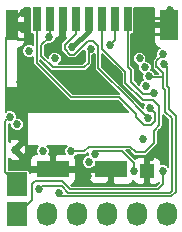
<source format=gbl>
G04 #@! TF.FileFunction,Copper,L4,Bot,Signal*
%FSLAX46Y46*%
G04 Gerber Fmt 4.6, Leading zero omitted, Abs format (unit mm)*
G04 Created by KiCad (PCBNEW 4.0.2-stable) date 5/14/2016 2:34:35 PM*
%MOMM*%
G01*
G04 APERTURE LIST*
%ADD10C,0.100000*%
%ADD11R,0.700000X2.000000*%
%ADD12R,1.000000X2.600000*%
%ADD13R,1.500000X2.600000*%
%ADD14R,2.700000X1.400000*%
%ADD15R,1.200000X1.200000*%
%ADD16C,0.685800*%
%ADD17R,1.727200X2.032000*%
%ADD18O,1.727200X2.032000*%
%ADD19C,0.254000*%
%ADD20C,0.152400*%
%ADD21C,0.381000*%
%ADD22C,0.155000*%
G04 APERTURE END LIST*
D10*
D11*
X193404500Y-97788500D03*
X194504500Y-97788500D03*
X195604500Y-97788500D03*
X196704500Y-97788500D03*
X197804500Y-97788500D03*
X198904500Y-97788500D03*
X200004500Y-97788500D03*
X201104500Y-97788500D03*
D12*
X191304500Y-98288500D03*
D13*
X204654500Y-98288500D03*
D14*
X194804500Y-110488500D03*
X199704500Y-110488500D03*
D15*
X202754500Y-110588500D03*
D16*
X191579500Y-108839000D03*
X202692000Y-103441500D03*
D17*
X191770000Y-114300000D03*
D18*
X194310000Y-114300000D03*
X196850000Y-114300000D03*
X199390000Y-114300000D03*
X201930000Y-114300000D03*
X204470000Y-114300000D03*
D17*
X191770000Y-111760000D03*
D16*
X204660500Y-96964500D03*
X203073000Y-109410500D03*
X197739000Y-111061500D03*
X192278000Y-97282000D03*
X192278000Y-98615500D03*
X195580000Y-99314000D03*
X200305250Y-105164750D03*
X196442750Y-105164750D03*
X200305250Y-102589750D03*
X196442750Y-102589750D03*
X192024000Y-103124000D03*
X191706500Y-105410000D03*
X193929000Y-108966000D03*
X202438000Y-107950000D03*
X197802500Y-109855000D03*
X192786000Y-100457000D03*
X196405500Y-100139500D03*
X202565000Y-101854000D03*
X194945000Y-101092000D03*
X191770000Y-106680000D03*
X191135000Y-106045000D03*
X204089000Y-110617000D03*
X203009500Y-105283000D03*
X194437000Y-99314000D03*
X197993000Y-100266500D03*
X202819000Y-106108500D03*
X196342000Y-108966000D03*
X199580500Y-99949000D03*
X203327000Y-104013000D03*
X193611500Y-112141000D03*
X202946000Y-102616000D03*
X204089000Y-100711000D03*
X204152500Y-101600000D03*
X195262500Y-112522000D03*
X198310500Y-109156500D03*
X202120500Y-101092000D03*
X201612500Y-110617000D03*
D19*
X204654500Y-96970500D02*
X204660500Y-96964500D01*
X204654500Y-98288500D02*
X204654500Y-96970500D01*
X191304500Y-98288500D02*
X191304500Y-98912000D01*
X191304500Y-98912000D02*
X191833500Y-99441000D01*
X191833500Y-99441000D02*
X192595500Y-99441000D01*
D20*
X194804500Y-110488500D02*
X192911500Y-110488500D01*
X191643000Y-109220000D02*
X191643000Y-108585000D01*
X192911500Y-110488500D02*
X191643000Y-109220000D01*
X191304500Y-98288500D02*
X191304500Y-98827000D01*
X191304500Y-98827000D02*
X190817500Y-99314000D01*
X190817500Y-99314000D02*
X190817500Y-100330000D01*
X202754500Y-110588500D02*
X202754500Y-109729000D01*
X202754500Y-109729000D02*
X203073000Y-109410500D01*
D19*
X199704500Y-110488500D02*
X194804500Y-110488500D01*
X197739000Y-111061500D02*
X197739000Y-111379000D01*
X199704500Y-111318500D02*
X199704500Y-110488500D01*
X199263000Y-111760000D02*
X199704500Y-111318500D01*
X198120000Y-111760000D02*
X199263000Y-111760000D01*
X197739000Y-111379000D02*
X198120000Y-111760000D01*
X204654500Y-98288500D02*
X204606500Y-98288500D01*
X204606500Y-98288500D02*
X203835000Y-99060000D01*
X203835000Y-99060000D02*
X203136500Y-99060000D01*
X204654500Y-98288500D02*
X204524000Y-98288500D01*
X204524000Y-98288500D02*
X203898500Y-97663000D01*
X203898500Y-97663000D02*
X203073000Y-97663000D01*
X191304500Y-98288500D02*
X191304500Y-98001500D01*
X191304500Y-98001500D02*
X192024000Y-97282000D01*
X192024000Y-97282000D02*
X192278000Y-97282000D01*
X191304500Y-98288500D02*
X191316000Y-98288500D01*
X191316000Y-98288500D02*
X191643000Y-98615500D01*
X191643000Y-98615500D02*
X192278000Y-98615500D01*
X191304500Y-98288500D02*
X191652500Y-98288500D01*
D21*
X195604500Y-99289500D02*
X195580000Y-99314000D01*
X195604500Y-97788500D02*
X195604500Y-99289500D01*
D19*
X200279000Y-105156000D02*
X200296500Y-105156000D01*
X200296500Y-105156000D02*
X200305250Y-105164750D01*
X196434000Y-105156000D02*
X196342000Y-105156000D01*
X196442750Y-105164750D02*
X196434000Y-105156000D01*
X200305250Y-102589750D02*
X200279000Y-102616000D01*
X196416500Y-102616000D02*
X196342000Y-102616000D01*
X196442750Y-102589750D02*
X196416500Y-102616000D01*
D21*
X197804500Y-97788500D02*
X197804500Y-98740500D01*
X197804500Y-98740500D02*
X196405500Y-100139500D01*
D20*
X190754000Y-110744000D02*
X191770000Y-111760000D01*
X190754000Y-106426000D02*
X190754000Y-110744000D01*
X191135000Y-106045000D02*
X190754000Y-106426000D01*
X192024000Y-111506000D02*
X191770000Y-111760000D01*
X192976500Y-113093500D02*
X191770000Y-114300000D01*
X193230500Y-111506000D02*
X192976500Y-111760000D01*
X192976500Y-111760000D02*
X192976500Y-113093500D01*
X193230500Y-111506000D02*
X193421000Y-111506000D01*
X195580000Y-111506000D02*
X193230500Y-111506000D01*
X196240396Y-112166396D02*
X195580000Y-111506000D01*
X203682604Y-112166396D02*
X196240396Y-112166396D01*
X204089000Y-111760000D02*
X203682604Y-112166396D01*
X204089000Y-110617000D02*
X204089000Y-111760000D01*
X203422250Y-105695750D02*
X203422250Y-106394250D01*
X203009500Y-105283000D02*
X203422250Y-105695750D01*
X193404500Y-101456500D02*
X193404500Y-97788500D01*
X196342000Y-104394000D02*
X193404500Y-101456500D01*
X200406000Y-104394000D02*
X196342000Y-104394000D01*
X201803000Y-105791000D02*
X200406000Y-104394000D01*
X201803000Y-106045000D02*
X201803000Y-105791000D01*
X202501500Y-106743500D02*
X201803000Y-106045000D01*
X203073000Y-106743500D02*
X202501500Y-106743500D01*
X203422250Y-106394250D02*
X203073000Y-106743500D01*
X194504500Y-97788500D02*
X194504500Y-99246500D01*
X194504500Y-99246500D02*
X193802000Y-99949000D01*
X197802500Y-100457000D02*
X197802500Y-101473000D01*
X197993000Y-100266500D02*
X197802500Y-100457000D01*
X197802500Y-101473000D02*
X197421500Y-101854000D01*
X197421500Y-101854000D02*
X194754500Y-101854000D01*
X194754500Y-101854000D02*
X193802000Y-100901500D01*
X193802000Y-100901500D02*
X193802000Y-99949000D01*
X198628000Y-101917500D02*
X198628000Y-100076000D01*
X198183500Y-99631500D02*
X198628000Y-100076000D01*
X196596000Y-100774500D02*
X197739000Y-99631500D01*
X196215000Y-100774500D02*
X196596000Y-100774500D01*
X195770500Y-100330000D02*
X196215000Y-100774500D01*
X195770500Y-99949000D02*
X195770500Y-100330000D01*
X196704500Y-99015000D02*
X195770500Y-99949000D01*
X196704500Y-99015000D02*
X196704500Y-97788500D01*
X198183500Y-99631500D02*
X197739000Y-99631500D01*
X198882000Y-102171500D02*
X198628000Y-101917500D01*
X202247500Y-105537000D02*
X201104500Y-104394000D01*
X202247500Y-105537000D02*
X202819000Y-106108500D01*
X198882000Y-102171500D02*
X198628000Y-101917500D01*
X201104500Y-104394000D02*
X198882000Y-102171500D01*
X203377800Y-107124500D02*
X203390500Y-107124500D01*
X203377800Y-108229400D02*
X203377800Y-107124500D01*
X202565000Y-109042200D02*
X203377800Y-108229400D01*
X201828400Y-109042200D02*
X202565000Y-109042200D01*
X201333100Y-108546900D02*
X201828400Y-109042200D01*
X203390500Y-107124500D02*
X203771500Y-106743500D01*
X202374500Y-104648000D02*
X203263500Y-104648000D01*
X203771500Y-105156000D02*
X203263500Y-104648000D01*
X203771500Y-105156000D02*
X203771500Y-106743500D01*
X198945500Y-100203000D02*
X198945500Y-100266500D01*
X198945500Y-100266500D02*
X200914000Y-102235000D01*
X200914000Y-102235000D02*
X200914000Y-103187500D01*
X200914000Y-103187500D02*
X202374500Y-104648000D01*
X198945500Y-98806000D02*
X198904500Y-98765000D01*
X198945500Y-98806000D02*
X198945500Y-100203000D01*
X201295000Y-108546900D02*
X201333100Y-108546900D01*
X197827900Y-108546900D02*
X201295000Y-108546900D01*
X201295000Y-108546900D02*
X201333100Y-108546900D01*
X196342000Y-108966000D02*
X197408800Y-108966000D01*
X197408800Y-108966000D02*
X197827900Y-108546900D01*
X198904500Y-97788500D02*
X198904500Y-98765000D01*
X200004500Y-99525000D02*
X200004500Y-97788500D01*
X199580500Y-99949000D02*
X200004500Y-99525000D01*
X201104500Y-97788500D02*
X201104500Y-101790500D01*
X201422000Y-102108000D02*
X201104500Y-101790500D01*
X201422000Y-103060500D02*
X201422000Y-102108000D01*
X202438000Y-104076500D02*
X201422000Y-103060500D01*
X203263500Y-104076500D02*
X202438000Y-104076500D01*
X203327000Y-104013000D02*
X203263500Y-104076500D01*
X204279500Y-104190056D02*
X204279500Y-105600500D01*
X204279500Y-105600500D02*
X204851000Y-106172000D01*
X204089000Y-103568500D02*
X204279500Y-103759000D01*
X204279500Y-103759000D02*
X204279500Y-104190056D01*
X204851000Y-106172000D02*
X204851000Y-112281444D01*
X204851000Y-112281444D02*
X204661246Y-112471198D01*
X204661246Y-112471198D02*
X196100698Y-112471198D01*
X196100698Y-112471198D02*
X195516500Y-111887000D01*
X204089000Y-103568500D02*
X204089000Y-102679500D01*
X195516500Y-111887000D02*
X193929000Y-111887000D01*
X193865500Y-111887000D02*
X193929000Y-111887000D01*
X193611500Y-112141000D02*
X193865500Y-111887000D01*
X203549250Y-101854000D02*
X203581000Y-101854000D01*
X204089000Y-102362000D02*
X204089000Y-102679500D01*
X203581000Y-101854000D02*
X204089000Y-102362000D01*
X203549250Y-101314250D02*
X203549250Y-101854000D01*
X204089000Y-102679500D02*
X203009500Y-102679500D01*
X203009500Y-102679500D02*
X202946000Y-102616000D01*
X204089000Y-100711000D02*
X204089000Y-100774500D01*
X204089000Y-100774500D02*
X203549250Y-101314250D01*
X204597000Y-104076500D02*
X204597000Y-105410000D01*
X204597000Y-105410000D02*
X205168500Y-105981500D01*
X204406500Y-103378000D02*
X204406500Y-101854000D01*
X204406500Y-103441500D02*
X204597000Y-103632000D01*
X204406500Y-103378000D02*
X204406500Y-103441500D01*
X205168500Y-112395000D02*
X204787500Y-112776000D01*
X205168500Y-105981500D02*
X205168500Y-112395000D01*
X204597000Y-103632000D02*
X204597000Y-104076500D01*
X204406500Y-101854000D02*
X204152500Y-101600000D01*
X195516500Y-112776000D02*
X204787500Y-112776000D01*
X195262500Y-112522000D02*
X195516500Y-112776000D01*
X198501000Y-108966000D02*
X198564500Y-108966000D01*
X198310500Y-109156500D02*
X198501000Y-108966000D01*
X201612500Y-109918500D02*
X201612500Y-110617000D01*
X200660000Y-108966000D02*
X201612500Y-109918500D01*
X198247000Y-108966000D02*
X198564500Y-108966000D01*
X198564500Y-108966000D02*
X200660000Y-108966000D01*
D22*
G36*
X192817446Y-98788500D02*
X192833658Y-98874659D01*
X192884578Y-98953791D01*
X192962273Y-99006877D01*
X193054500Y-99025554D01*
X193095800Y-99025554D01*
X193095800Y-99962606D01*
X192900956Y-99881700D01*
X192672048Y-99881500D01*
X192460488Y-99968915D01*
X192298484Y-100130636D01*
X192210700Y-100342044D01*
X192210500Y-100570952D01*
X192297915Y-100782512D01*
X192459636Y-100944516D01*
X192671044Y-101032300D01*
X192899952Y-101032500D01*
X193095800Y-100951577D01*
X193095800Y-101456500D01*
X193119298Y-101574635D01*
X193186216Y-101674784D01*
X196123716Y-104612284D01*
X196223866Y-104679202D01*
X196342000Y-104702700D01*
X200278132Y-104702700D01*
X201161932Y-105586500D01*
X192659000Y-105586500D01*
X192628848Y-105592606D01*
X192603447Y-105609962D01*
X192586800Y-105635832D01*
X192581500Y-105664000D01*
X192581500Y-108458000D01*
X192587606Y-108488152D01*
X192604962Y-108513553D01*
X192630832Y-108530200D01*
X192659000Y-108535500D01*
X193545802Y-108535500D01*
X193441484Y-108639636D01*
X193353700Y-108851044D01*
X193353500Y-109079952D01*
X193404343Y-109203000D01*
X193338037Y-109203000D01*
X193122841Y-109292137D01*
X192958137Y-109456841D01*
X192869000Y-109672037D01*
X192869000Y-110165625D01*
X193015375Y-110312000D01*
X194628000Y-110312000D01*
X194628000Y-109349375D01*
X194481625Y-109203000D01*
X194453623Y-109203000D01*
X194504300Y-109080956D01*
X194504500Y-108852048D01*
X194417085Y-108640488D01*
X194312280Y-108535500D01*
X195958802Y-108535500D01*
X195854484Y-108639636D01*
X195766700Y-108851044D01*
X195766500Y-109079952D01*
X195817343Y-109203000D01*
X195127375Y-109203000D01*
X194981000Y-109349375D01*
X194981000Y-110312000D01*
X196593625Y-110312000D01*
X196740000Y-110165625D01*
X196740000Y-109672037D01*
X196652321Y-109460362D01*
X196667512Y-109454085D01*
X196829516Y-109292364D01*
X196836851Y-109274700D01*
X197408800Y-109274700D01*
X197526935Y-109251202D01*
X197627084Y-109184284D01*
X197735170Y-109076198D01*
X197735000Y-109270452D01*
X197738757Y-109279544D01*
X197688548Y-109279500D01*
X197476988Y-109366915D01*
X197314984Y-109528636D01*
X197227200Y-109740044D01*
X197227000Y-109968952D01*
X197314415Y-110180512D01*
X197476136Y-110342516D01*
X197687544Y-110430300D01*
X197916452Y-110430500D01*
X198128012Y-110343085D01*
X198159151Y-110312000D01*
X199528000Y-110312000D01*
X199528000Y-110292000D01*
X199881000Y-110292000D01*
X199881000Y-110312000D01*
X199901000Y-110312000D01*
X199901000Y-110665000D01*
X199881000Y-110665000D01*
X199881000Y-111627625D01*
X200027375Y-111774000D01*
X201170963Y-111774000D01*
X201386159Y-111684863D01*
X201550863Y-111520159D01*
X201604500Y-111390668D01*
X201658137Y-111520159D01*
X201822841Y-111684863D01*
X202038037Y-111774000D01*
X202431625Y-111774000D01*
X202578000Y-111627625D01*
X202578000Y-110765000D01*
X202558000Y-110765000D01*
X202558000Y-110412000D01*
X202578000Y-110412000D01*
X202578000Y-109549375D01*
X202431625Y-109403000D01*
X202038037Y-109403000D01*
X201822841Y-109492137D01*
X201722773Y-109592205D01*
X200986168Y-108855600D01*
X201205232Y-108855600D01*
X201610116Y-109260484D01*
X201710265Y-109327402D01*
X201828400Y-109350900D01*
X202565000Y-109350900D01*
X202683135Y-109327402D01*
X202783284Y-109260484D01*
X203596084Y-108447684D01*
X203663002Y-108347535D01*
X203686500Y-108229400D01*
X203686500Y-107265068D01*
X203989784Y-106961784D01*
X204056701Y-106861635D01*
X204056702Y-106861634D01*
X204080200Y-106743500D01*
X204080200Y-105837768D01*
X204542300Y-106299868D01*
X204542300Y-110256642D01*
X204415364Y-110129484D01*
X204203956Y-110041700D01*
X203975048Y-110041500D01*
X203940000Y-110055982D01*
X203940000Y-109872037D01*
X203850863Y-109656841D01*
X203686159Y-109492137D01*
X203470963Y-109403000D01*
X203077375Y-109403000D01*
X202931000Y-109549375D01*
X202931000Y-110412000D01*
X202951000Y-110412000D01*
X202951000Y-110765000D01*
X202931000Y-110765000D01*
X202931000Y-111627625D01*
X203077375Y-111774000D01*
X203470963Y-111774000D01*
X203686159Y-111684863D01*
X203780300Y-111590722D01*
X203780300Y-111632132D01*
X203554736Y-111857696D01*
X196368264Y-111857696D01*
X196280583Y-111770015D01*
X196486159Y-111684863D01*
X196650863Y-111520159D01*
X196740000Y-111304963D01*
X196740000Y-110811375D01*
X197769000Y-110811375D01*
X197769000Y-111304963D01*
X197858137Y-111520159D01*
X198022841Y-111684863D01*
X198238037Y-111774000D01*
X199381625Y-111774000D01*
X199528000Y-111627625D01*
X199528000Y-110665000D01*
X197915375Y-110665000D01*
X197769000Y-110811375D01*
X196740000Y-110811375D01*
X196593625Y-110665000D01*
X194981000Y-110665000D01*
X194981000Y-110685000D01*
X194628000Y-110685000D01*
X194628000Y-110665000D01*
X193015375Y-110665000D01*
X192870654Y-110809721D01*
X192870654Y-110744000D01*
X192854442Y-110657841D01*
X192803522Y-110578709D01*
X192725827Y-110525623D01*
X192633600Y-110506946D01*
X191062700Y-110506946D01*
X191062700Y-109605411D01*
X191148847Y-109519264D01*
X191171018Y-109692916D01*
X191528891Y-109784235D01*
X191894469Y-109731650D01*
X191987982Y-109692916D01*
X192010962Y-109512929D01*
X191579500Y-109081467D01*
X191561787Y-109099180D01*
X191319320Y-108856713D01*
X191337033Y-108839000D01*
X191821967Y-108839000D01*
X192253429Y-109270462D01*
X192433416Y-109247482D01*
X192524735Y-108889609D01*
X192472150Y-108524031D01*
X192433416Y-108430518D01*
X192253429Y-108407538D01*
X191821967Y-108839000D01*
X191337033Y-108839000D01*
X191319320Y-108821287D01*
X191561787Y-108578820D01*
X191579500Y-108596533D01*
X192010962Y-108165071D01*
X191987982Y-107985084D01*
X191630109Y-107893765D01*
X191264531Y-107946350D01*
X191171018Y-107985084D01*
X191148847Y-108158736D01*
X191062700Y-108072589D01*
X191062700Y-106620337D01*
X191194652Y-106620453D01*
X191194500Y-106793952D01*
X191281915Y-107005512D01*
X191443636Y-107167516D01*
X191655044Y-107255300D01*
X191883952Y-107255500D01*
X192095512Y-107168085D01*
X192257516Y-107006364D01*
X192345300Y-106794956D01*
X192345500Y-106566048D01*
X192258085Y-106354488D01*
X192096364Y-106192484D01*
X191884956Y-106104700D01*
X191710348Y-106104547D01*
X191710500Y-105931048D01*
X191623085Y-105719488D01*
X191461364Y-105557484D01*
X191249956Y-105469700D01*
X191021048Y-105469500D01*
X190809488Y-105556915D01*
X190782500Y-105583856D01*
X190782500Y-100174000D01*
X190803500Y-100174000D01*
X190803500Y-103505000D01*
X190809606Y-103535152D01*
X190826962Y-103560553D01*
X190852832Y-103577200D01*
X190881000Y-103582500D01*
X191770000Y-103582500D01*
X191800152Y-103576394D01*
X191825553Y-103559038D01*
X191842200Y-103533168D01*
X191847500Y-103505000D01*
X191847500Y-100174000D01*
X191920963Y-100174000D01*
X192136159Y-100084863D01*
X192300863Y-99920159D01*
X192390000Y-99704963D01*
X192390000Y-98611375D01*
X192243625Y-98465000D01*
X191481000Y-98465000D01*
X191481000Y-98485000D01*
X191128000Y-98485000D01*
X191128000Y-98465000D01*
X191108000Y-98465000D01*
X191108000Y-98112000D01*
X191128000Y-98112000D01*
X191128000Y-98092000D01*
X191481000Y-98092000D01*
X191481000Y-98112000D01*
X192243625Y-98112000D01*
X192390000Y-97965625D01*
X192390000Y-96872037D01*
X192361197Y-96802500D01*
X192817446Y-96802500D01*
X192817446Y-98788500D01*
X192817446Y-98788500D01*
G37*
X192817446Y-98788500D02*
X192833658Y-98874659D01*
X192884578Y-98953791D01*
X192962273Y-99006877D01*
X193054500Y-99025554D01*
X193095800Y-99025554D01*
X193095800Y-99962606D01*
X192900956Y-99881700D01*
X192672048Y-99881500D01*
X192460488Y-99968915D01*
X192298484Y-100130636D01*
X192210700Y-100342044D01*
X192210500Y-100570952D01*
X192297915Y-100782512D01*
X192459636Y-100944516D01*
X192671044Y-101032300D01*
X192899952Y-101032500D01*
X193095800Y-100951577D01*
X193095800Y-101456500D01*
X193119298Y-101574635D01*
X193186216Y-101674784D01*
X196123716Y-104612284D01*
X196223866Y-104679202D01*
X196342000Y-104702700D01*
X200278132Y-104702700D01*
X201161932Y-105586500D01*
X192659000Y-105586500D01*
X192628848Y-105592606D01*
X192603447Y-105609962D01*
X192586800Y-105635832D01*
X192581500Y-105664000D01*
X192581500Y-108458000D01*
X192587606Y-108488152D01*
X192604962Y-108513553D01*
X192630832Y-108530200D01*
X192659000Y-108535500D01*
X193545802Y-108535500D01*
X193441484Y-108639636D01*
X193353700Y-108851044D01*
X193353500Y-109079952D01*
X193404343Y-109203000D01*
X193338037Y-109203000D01*
X193122841Y-109292137D01*
X192958137Y-109456841D01*
X192869000Y-109672037D01*
X192869000Y-110165625D01*
X193015375Y-110312000D01*
X194628000Y-110312000D01*
X194628000Y-109349375D01*
X194481625Y-109203000D01*
X194453623Y-109203000D01*
X194504300Y-109080956D01*
X194504500Y-108852048D01*
X194417085Y-108640488D01*
X194312280Y-108535500D01*
X195958802Y-108535500D01*
X195854484Y-108639636D01*
X195766700Y-108851044D01*
X195766500Y-109079952D01*
X195817343Y-109203000D01*
X195127375Y-109203000D01*
X194981000Y-109349375D01*
X194981000Y-110312000D01*
X196593625Y-110312000D01*
X196740000Y-110165625D01*
X196740000Y-109672037D01*
X196652321Y-109460362D01*
X196667512Y-109454085D01*
X196829516Y-109292364D01*
X196836851Y-109274700D01*
X197408800Y-109274700D01*
X197526935Y-109251202D01*
X197627084Y-109184284D01*
X197735170Y-109076198D01*
X197735000Y-109270452D01*
X197738757Y-109279544D01*
X197688548Y-109279500D01*
X197476988Y-109366915D01*
X197314984Y-109528636D01*
X197227200Y-109740044D01*
X197227000Y-109968952D01*
X197314415Y-110180512D01*
X197476136Y-110342516D01*
X197687544Y-110430300D01*
X197916452Y-110430500D01*
X198128012Y-110343085D01*
X198159151Y-110312000D01*
X199528000Y-110312000D01*
X199528000Y-110292000D01*
X199881000Y-110292000D01*
X199881000Y-110312000D01*
X199901000Y-110312000D01*
X199901000Y-110665000D01*
X199881000Y-110665000D01*
X199881000Y-111627625D01*
X200027375Y-111774000D01*
X201170963Y-111774000D01*
X201386159Y-111684863D01*
X201550863Y-111520159D01*
X201604500Y-111390668D01*
X201658137Y-111520159D01*
X201822841Y-111684863D01*
X202038037Y-111774000D01*
X202431625Y-111774000D01*
X202578000Y-111627625D01*
X202578000Y-110765000D01*
X202558000Y-110765000D01*
X202558000Y-110412000D01*
X202578000Y-110412000D01*
X202578000Y-109549375D01*
X202431625Y-109403000D01*
X202038037Y-109403000D01*
X201822841Y-109492137D01*
X201722773Y-109592205D01*
X200986168Y-108855600D01*
X201205232Y-108855600D01*
X201610116Y-109260484D01*
X201710265Y-109327402D01*
X201828400Y-109350900D01*
X202565000Y-109350900D01*
X202683135Y-109327402D01*
X202783284Y-109260484D01*
X203596084Y-108447684D01*
X203663002Y-108347535D01*
X203686500Y-108229400D01*
X203686500Y-107265068D01*
X203989784Y-106961784D01*
X204056701Y-106861635D01*
X204056702Y-106861634D01*
X204080200Y-106743500D01*
X204080200Y-105837768D01*
X204542300Y-106299868D01*
X204542300Y-110256642D01*
X204415364Y-110129484D01*
X204203956Y-110041700D01*
X203975048Y-110041500D01*
X203940000Y-110055982D01*
X203940000Y-109872037D01*
X203850863Y-109656841D01*
X203686159Y-109492137D01*
X203470963Y-109403000D01*
X203077375Y-109403000D01*
X202931000Y-109549375D01*
X202931000Y-110412000D01*
X202951000Y-110412000D01*
X202951000Y-110765000D01*
X202931000Y-110765000D01*
X202931000Y-111627625D01*
X203077375Y-111774000D01*
X203470963Y-111774000D01*
X203686159Y-111684863D01*
X203780300Y-111590722D01*
X203780300Y-111632132D01*
X203554736Y-111857696D01*
X196368264Y-111857696D01*
X196280583Y-111770015D01*
X196486159Y-111684863D01*
X196650863Y-111520159D01*
X196740000Y-111304963D01*
X196740000Y-110811375D01*
X197769000Y-110811375D01*
X197769000Y-111304963D01*
X197858137Y-111520159D01*
X198022841Y-111684863D01*
X198238037Y-111774000D01*
X199381625Y-111774000D01*
X199528000Y-111627625D01*
X199528000Y-110665000D01*
X197915375Y-110665000D01*
X197769000Y-110811375D01*
X196740000Y-110811375D01*
X196593625Y-110665000D01*
X194981000Y-110665000D01*
X194981000Y-110685000D01*
X194628000Y-110685000D01*
X194628000Y-110665000D01*
X193015375Y-110665000D01*
X192870654Y-110809721D01*
X192870654Y-110744000D01*
X192854442Y-110657841D01*
X192803522Y-110578709D01*
X192725827Y-110525623D01*
X192633600Y-110506946D01*
X191062700Y-110506946D01*
X191062700Y-109605411D01*
X191148847Y-109519264D01*
X191171018Y-109692916D01*
X191528891Y-109784235D01*
X191894469Y-109731650D01*
X191987982Y-109692916D01*
X192010962Y-109512929D01*
X191579500Y-109081467D01*
X191561787Y-109099180D01*
X191319320Y-108856713D01*
X191337033Y-108839000D01*
X191821967Y-108839000D01*
X192253429Y-109270462D01*
X192433416Y-109247482D01*
X192524735Y-108889609D01*
X192472150Y-108524031D01*
X192433416Y-108430518D01*
X192253429Y-108407538D01*
X191821967Y-108839000D01*
X191337033Y-108839000D01*
X191319320Y-108821287D01*
X191561787Y-108578820D01*
X191579500Y-108596533D01*
X192010962Y-108165071D01*
X191987982Y-107985084D01*
X191630109Y-107893765D01*
X191264531Y-107946350D01*
X191171018Y-107985084D01*
X191148847Y-108158736D01*
X191062700Y-108072589D01*
X191062700Y-106620337D01*
X191194652Y-106620453D01*
X191194500Y-106793952D01*
X191281915Y-107005512D01*
X191443636Y-107167516D01*
X191655044Y-107255300D01*
X191883952Y-107255500D01*
X192095512Y-107168085D01*
X192257516Y-107006364D01*
X192345300Y-106794956D01*
X192345500Y-106566048D01*
X192258085Y-106354488D01*
X192096364Y-106192484D01*
X191884956Y-106104700D01*
X191710348Y-106104547D01*
X191710500Y-105931048D01*
X191623085Y-105719488D01*
X191461364Y-105557484D01*
X191249956Y-105469700D01*
X191021048Y-105469500D01*
X190809488Y-105556915D01*
X190782500Y-105583856D01*
X190782500Y-100174000D01*
X190803500Y-100174000D01*
X190803500Y-103505000D01*
X190809606Y-103535152D01*
X190826962Y-103560553D01*
X190852832Y-103577200D01*
X190881000Y-103582500D01*
X191770000Y-103582500D01*
X191800152Y-103576394D01*
X191825553Y-103559038D01*
X191842200Y-103533168D01*
X191847500Y-103505000D01*
X191847500Y-100174000D01*
X191920963Y-100174000D01*
X192136159Y-100084863D01*
X192300863Y-99920159D01*
X192390000Y-99704963D01*
X192390000Y-98611375D01*
X192243625Y-98465000D01*
X191481000Y-98465000D01*
X191481000Y-98485000D01*
X191128000Y-98485000D01*
X191128000Y-98465000D01*
X191108000Y-98465000D01*
X191108000Y-98112000D01*
X191128000Y-98112000D01*
X191128000Y-98092000D01*
X191481000Y-98092000D01*
X191481000Y-98112000D01*
X192243625Y-98112000D01*
X192390000Y-97965625D01*
X192390000Y-96872037D01*
X192361197Y-96802500D01*
X192817446Y-96802500D01*
X192817446Y-98788500D01*
G36*
X200605300Y-102362868D02*
X200605300Y-103187500D01*
X200628798Y-103305635D01*
X200695716Y-103405784D01*
X202156216Y-104866284D01*
X202256365Y-104933202D01*
X202374500Y-104956700D01*
X202521957Y-104956700D01*
X202434200Y-105168044D01*
X202434096Y-105287028D01*
X198936700Y-101789632D01*
X198936700Y-100694268D01*
X200605300Y-102362868D01*
X200605300Y-102362868D01*
G37*
X200605300Y-102362868D02*
X200605300Y-103187500D01*
X200628798Y-103305635D01*
X200695716Y-103405784D01*
X202156216Y-104866284D01*
X202256365Y-104933202D01*
X202374500Y-104956700D01*
X202521957Y-104956700D01*
X202434200Y-105168044D01*
X202434096Y-105287028D01*
X198936700Y-101789632D01*
X198936700Y-100694268D01*
X200605300Y-102362868D01*
G36*
X198319300Y-101917500D02*
X198342798Y-102035635D01*
X198409716Y-102135784D01*
X200359232Y-104085300D01*
X196469868Y-104085300D01*
X193713200Y-101328632D01*
X193713200Y-101249268D01*
X194536216Y-102072284D01*
X194636366Y-102139202D01*
X194754500Y-102162700D01*
X197421500Y-102162700D01*
X197539635Y-102139202D01*
X197639784Y-102072284D01*
X198020784Y-101691284D01*
X198036676Y-101667500D01*
X198087702Y-101591134D01*
X198111200Y-101473000D01*
X198111200Y-100840245D01*
X198318512Y-100754585D01*
X198319300Y-100753798D01*
X198319300Y-101917500D01*
X198319300Y-101917500D01*
G37*
X198319300Y-101917500D02*
X198342798Y-102035635D01*
X198409716Y-102135784D01*
X200359232Y-104085300D01*
X196469868Y-104085300D01*
X193713200Y-101328632D01*
X193713200Y-101249268D01*
X194536216Y-102072284D01*
X194636366Y-102139202D01*
X194754500Y-102162700D01*
X197421500Y-102162700D01*
X197539635Y-102139202D01*
X197639784Y-102072284D01*
X198020784Y-101691284D01*
X198036676Y-101667500D01*
X198087702Y-101591134D01*
X198111200Y-101473000D01*
X198111200Y-100840245D01*
X198318512Y-100754585D01*
X198319300Y-100753798D01*
X198319300Y-101917500D01*
G36*
X203319000Y-96872037D02*
X203319000Y-97965625D01*
X203465375Y-98112000D01*
X204478000Y-98112000D01*
X204478000Y-98092000D01*
X204831000Y-98092000D01*
X204831000Y-98112000D01*
X204851000Y-98112000D01*
X204851000Y-98465000D01*
X204831000Y-98465000D01*
X204831000Y-98485000D01*
X204478000Y-98485000D01*
X204478000Y-98465000D01*
X203465375Y-98465000D01*
X203319000Y-98611375D01*
X203319000Y-99704963D01*
X203408137Y-99920159D01*
X203572841Y-100084863D01*
X203788037Y-100174000D01*
X203881871Y-100174000D01*
X203763488Y-100222915D01*
X203601484Y-100384636D01*
X203513700Y-100596044D01*
X203513500Y-100824952D01*
X203539370Y-100887562D01*
X203330966Y-101095966D01*
X203264048Y-101196115D01*
X203246070Y-101286500D01*
X203240550Y-101314250D01*
X203240550Y-101854000D01*
X203264048Y-101972134D01*
X203330966Y-102072284D01*
X203426650Y-102136218D01*
X203661232Y-102370800D01*
X203467269Y-102370800D01*
X203434085Y-102290488D01*
X203272364Y-102128484D01*
X203103222Y-102058250D01*
X203140300Y-101968956D01*
X203140500Y-101740048D01*
X203053085Y-101528488D01*
X202891364Y-101366484D01*
X202679956Y-101278700D01*
X202666014Y-101278688D01*
X202695800Y-101206956D01*
X202696000Y-100978048D01*
X202608585Y-100766488D01*
X202446864Y-100604484D01*
X202235456Y-100516700D01*
X202006548Y-100516500D01*
X201794988Y-100603915D01*
X201632984Y-100765636D01*
X201545200Y-100977044D01*
X201545000Y-101205952D01*
X201632415Y-101417512D01*
X201794136Y-101579516D01*
X202005544Y-101667300D01*
X202019486Y-101667312D01*
X201989700Y-101739044D01*
X201989500Y-101967952D01*
X202076915Y-102179512D01*
X202238636Y-102341516D01*
X202407778Y-102411750D01*
X202370700Y-102501044D01*
X202370500Y-102729952D01*
X202448783Y-102919411D01*
X202366488Y-102953415D01*
X202204484Y-103115136D01*
X202119021Y-103320953D01*
X201730700Y-102932632D01*
X201730700Y-102108000D01*
X201707202Y-101989866D01*
X201707202Y-101989865D01*
X201640284Y-101889716D01*
X201413200Y-101662632D01*
X201413200Y-99025554D01*
X201454500Y-99025554D01*
X201540659Y-99009342D01*
X201619791Y-98958422D01*
X201672877Y-98880727D01*
X201691554Y-98788500D01*
X201691554Y-96802500D01*
X203347803Y-96802500D01*
X203319000Y-96872037D01*
X203319000Y-96872037D01*
G37*
X203319000Y-96872037D02*
X203319000Y-97965625D01*
X203465375Y-98112000D01*
X204478000Y-98112000D01*
X204478000Y-98092000D01*
X204831000Y-98092000D01*
X204831000Y-98112000D01*
X204851000Y-98112000D01*
X204851000Y-98465000D01*
X204831000Y-98465000D01*
X204831000Y-98485000D01*
X204478000Y-98485000D01*
X204478000Y-98465000D01*
X203465375Y-98465000D01*
X203319000Y-98611375D01*
X203319000Y-99704963D01*
X203408137Y-99920159D01*
X203572841Y-100084863D01*
X203788037Y-100174000D01*
X203881871Y-100174000D01*
X203763488Y-100222915D01*
X203601484Y-100384636D01*
X203513700Y-100596044D01*
X203513500Y-100824952D01*
X203539370Y-100887562D01*
X203330966Y-101095966D01*
X203264048Y-101196115D01*
X203246070Y-101286500D01*
X203240550Y-101314250D01*
X203240550Y-101854000D01*
X203264048Y-101972134D01*
X203330966Y-102072284D01*
X203426650Y-102136218D01*
X203661232Y-102370800D01*
X203467269Y-102370800D01*
X203434085Y-102290488D01*
X203272364Y-102128484D01*
X203103222Y-102058250D01*
X203140300Y-101968956D01*
X203140500Y-101740048D01*
X203053085Y-101528488D01*
X202891364Y-101366484D01*
X202679956Y-101278700D01*
X202666014Y-101278688D01*
X202695800Y-101206956D01*
X202696000Y-100978048D01*
X202608585Y-100766488D01*
X202446864Y-100604484D01*
X202235456Y-100516700D01*
X202006548Y-100516500D01*
X201794988Y-100603915D01*
X201632984Y-100765636D01*
X201545200Y-100977044D01*
X201545000Y-101205952D01*
X201632415Y-101417512D01*
X201794136Y-101579516D01*
X202005544Y-101667300D01*
X202019486Y-101667312D01*
X201989700Y-101739044D01*
X201989500Y-101967952D01*
X202076915Y-102179512D01*
X202238636Y-102341516D01*
X202407778Y-102411750D01*
X202370700Y-102501044D01*
X202370500Y-102729952D01*
X202448783Y-102919411D01*
X202366488Y-102953415D01*
X202204484Y-103115136D01*
X202119021Y-103320953D01*
X201730700Y-102932632D01*
X201730700Y-102108000D01*
X201707202Y-101989866D01*
X201707202Y-101989865D01*
X201640284Y-101889716D01*
X201413200Y-101662632D01*
X201413200Y-99025554D01*
X201454500Y-99025554D01*
X201540659Y-99009342D01*
X201619791Y-98958422D01*
X201672877Y-98880727D01*
X201691554Y-98788500D01*
X201691554Y-96802500D01*
X203347803Y-96802500D01*
X203319000Y-96872037D01*
G36*
X195779500Y-97612000D02*
X195801000Y-97612000D01*
X195801000Y-97965000D01*
X195779500Y-97965000D01*
X195779500Y-99227625D01*
X195917404Y-99365529D01*
X195552216Y-99730716D01*
X195485298Y-99830865D01*
X195485298Y-99830866D01*
X195461800Y-99949000D01*
X195461800Y-100330000D01*
X195485298Y-100448135D01*
X195552216Y-100548284D01*
X195996716Y-100992784D01*
X196096865Y-101059702D01*
X196215000Y-101083200D01*
X196596000Y-101083200D01*
X196714135Y-101059702D01*
X196814284Y-100992784D01*
X197420165Y-100386903D01*
X197493800Y-100565112D01*
X197493800Y-101345132D01*
X197293632Y-101545300D01*
X195305358Y-101545300D01*
X195432516Y-101418364D01*
X195520300Y-101206956D01*
X195520500Y-100978048D01*
X195433085Y-100766488D01*
X195271364Y-100604484D01*
X195059956Y-100516700D01*
X194831048Y-100516500D01*
X194619488Y-100603915D01*
X194457484Y-100765636D01*
X194369700Y-100977044D01*
X194369651Y-101032583D01*
X194110700Y-100773632D01*
X194110700Y-100076868D01*
X194305244Y-99882324D01*
X194322044Y-99889300D01*
X194550952Y-99889500D01*
X194762512Y-99802085D01*
X194924516Y-99640364D01*
X195012300Y-99428956D01*
X195012393Y-99321957D01*
X195138037Y-99374000D01*
X195283125Y-99374000D01*
X195429500Y-99227625D01*
X195429500Y-97965000D01*
X195408000Y-97965000D01*
X195408000Y-97612000D01*
X195429500Y-97612000D01*
X195429500Y-97592000D01*
X195779500Y-97592000D01*
X195779500Y-97612000D01*
X195779500Y-97612000D01*
G37*
X195779500Y-97612000D02*
X195801000Y-97612000D01*
X195801000Y-97965000D01*
X195779500Y-97965000D01*
X195779500Y-99227625D01*
X195917404Y-99365529D01*
X195552216Y-99730716D01*
X195485298Y-99830865D01*
X195485298Y-99830866D01*
X195461800Y-99949000D01*
X195461800Y-100330000D01*
X195485298Y-100448135D01*
X195552216Y-100548284D01*
X195996716Y-100992784D01*
X196096865Y-101059702D01*
X196215000Y-101083200D01*
X196596000Y-101083200D01*
X196714135Y-101059702D01*
X196814284Y-100992784D01*
X197420165Y-100386903D01*
X197493800Y-100565112D01*
X197493800Y-101345132D01*
X197293632Y-101545300D01*
X195305358Y-101545300D01*
X195432516Y-101418364D01*
X195520300Y-101206956D01*
X195520500Y-100978048D01*
X195433085Y-100766488D01*
X195271364Y-100604484D01*
X195059956Y-100516700D01*
X194831048Y-100516500D01*
X194619488Y-100603915D01*
X194457484Y-100765636D01*
X194369700Y-100977044D01*
X194369651Y-101032583D01*
X194110700Y-100773632D01*
X194110700Y-100076868D01*
X194305244Y-99882324D01*
X194322044Y-99889300D01*
X194550952Y-99889500D01*
X194762512Y-99802085D01*
X194924516Y-99640364D01*
X195012300Y-99428956D01*
X195012393Y-99321957D01*
X195138037Y-99374000D01*
X195283125Y-99374000D01*
X195429500Y-99227625D01*
X195429500Y-97965000D01*
X195408000Y-97965000D01*
X195408000Y-97612000D01*
X195429500Y-97612000D01*
X195429500Y-97592000D01*
X195779500Y-97592000D01*
X195779500Y-97612000D01*
M02*

</source>
